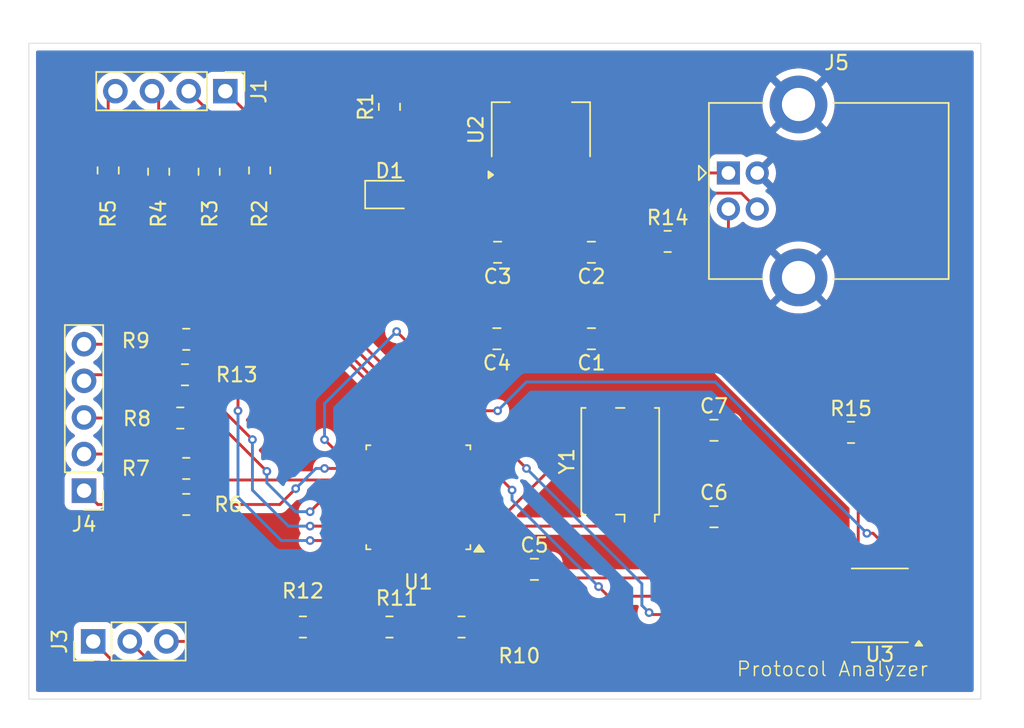
<source format=kicad_pcb>
(kicad_pcb (version 20240108) (generator "pcbnew") (generator_version "8.0")
  (layers (0 "F.Cu" signal) (31 "B.Cu" signal) (34 "B.Paste" user) (35 "F.Paste" user) (36 "B.SilkS" user "B.Silkscreen") (37 "F.SilkS" user "F.Silkscreen") (38 "B.Mask" user) (39 "F.Mask" user) (44 "Edge.Cuts" user))
  (net 0 "")
  (net 1 "V_bus")
  (net 2 "GND")
  (net 3 "+3.3V")
  (net 4 "OSC_IN")
  (net 5 "OSC_OUT")
  (net 6 "Net-(D1-A)")
  (net 7 "Net-(J1-Pin_3)")
  (net 8 "Net-(J1-Pin_4)")
  (net 9 "Net-(J1-Pin_1)")
  (net 10 "Net-(J1-Pin_2)")
  (net 11 "Net-(J3-Pin_1)")
  (net 12 "Net-(J3-Pin_2)")
  (net 13 "Net-(J3-Pin_3)")
  (net 14 "Net-(J4-Pin_5)")
  (net 15 "Net-(J4-Pin_3)")
  (net 16 "Net-(J4-Pin_1)")
  (net 17 "Net-(J4-Pin_4)")
  (net 18 "Net-(J4-Pin_2)")
  (net 19 "Net-(J5-D+)")
  (net 20 "Net-(J5-D-)")
  (net 21 "NSS")
  (net 22 "MOSI")
  (net 23 "MISO")
  (net 24 "SCK")
  (net 25 "USART_CK")
  (net 26 "USART_Tx")
  (net 27 "USART_Rx")
  (net 28 "USART_RTS")
  (net 29 "I2C_SDA")
  (net 30 "I2C_SCL")
  (net 31 "I2C_SMBA")
  (net 32 "USART_CTS")
  (net 33 "D+")
  (net 34 "D-")
  (net 39 "USB_Tx")
  (net 44 "USB_RTS")
  (net 48 "USB_Rx")
  (footprint "Resistor_SMD:R_0805_2012Metric" (layer "F.Cu") (at 130.5 59.4125 90)
    (property "Reference" "R1" (at 0 -1.65 -90) (layer "F.SilkS"))
    (property "Value" "10k")
    (fp_line (start -0.227064 -0.735) (end 0.227064 -0.735) (stroke (width 0.12)) (layer "F.SilkS"))
    (fp_line (start -0.227064 0.735) (end 0.227064 0.735) (stroke (width 0.12)) (layer "F.SilkS"))
    (pad "1" smd roundrect (at -0.9125 0 90) (size 1.025 1.4) (layers "F.Cu" "F.Paste" "F.Mask") (roundrect_rratio 0.243902) (net 6 "Net-(D1-A)"))
    (pad "2" smd roundrect (at 0.9125 0 90) (size 1.025 1.4) (layers "F.Cu" "F.Paste" "F.Mask") (roundrect_rratio 0.243902) (net 3 "+3.3V"))
  )
  (footprint "Connector_PinHeader_2.54mm:PinHeader_1x04_P2.54mm_Vertical" (layer "F.Cu") (at 119.12 58.325 -90)
    (property "Reference" "J1" (at 0 -2.33 90) (layer "F.SilkS"))
    (property "Value" "SPI")
    (fp_line (start -1.33 8.95) (end 1.33 8.95) (stroke (width 0.12)) (layer "F.SilkS"))
    (fp_line (start -1.33 1.27) (end -1.33 8.95) (stroke (width 0.12)) (layer "F.SilkS"))
    (fp_line (start -1.33 1.27) (end 1.33 1.27) (stroke (width 0.12)) (layer "F.SilkS"))
    (fp_line (start 1.33 1.27) (end 1.33 8.95) (stroke (width 0.12)) (layer "F.SilkS"))
    (fp_line (start -1.33 0) (end -1.33 -1.33) (stroke (width 0.12)) (layer "F.SilkS"))
    (fp_line (start -1.33 -1.33) (end 0 -1.33) (stroke (width 0.12)) (layer "F.SilkS"))
    (pad "1" thru_hole rect (at 0 0 270) (size 1.7 1.7) (drill 1) (layers "*.Cu" "*.Mask") (net 9 "Net-(J1-Pin_1)"))
    (pad "2" thru_hole oval (at 0 2.54 270) (size 1.7 1.7) (drill 1) (layers "*.Cu" "*.Mask") (net 10 "Net-(J1-Pin_2)"))
    (pad "3" thru_hole oval (at 0 5.08 270) (size 1.7 1.7) (drill 1) (layers "*.Cu" "*.Mask") (net 7 "Net-(J1-Pin_3)"))
    (pad "4" thru_hole oval (at 0 7.62 270) (size 1.7 1.7) (drill 1) (layers "*.Cu" "*.Mask") (net 8 "Net-(J1-Pin_4)"))
  )
  (footprint "Resistor_SMD:R_0805_2012Metric" (layer "F.Cu") (at 114.5 63.9125 -90)
    (property "Reference" "R4" (at 2.9125 0 90) (layer "F.SilkS"))
    (property "Value" "1k")
    (fp_line (start -0.227064 0.735) (end 0.227064 0.735) (stroke (width 0.12)) (layer "F.SilkS"))
    (fp_line (start -0.227064 -0.735) (end 0.227064 -0.735) (stroke (width 0.12)) (layer "F.SilkS"))
    (pad "1" smd roundrect (at -0.9125 0 270) (size 1.025 1.4) (layers "F.Cu" "F.Paste" "F.Mask") (roundrect_rratio 0.243902) (net 7 "Net-(J1-Pin_3)"))
    (pad "2" smd roundrect (at 0.9125 0 270) (size 1.025 1.4) (layers "F.Cu" "F.Paste" "F.Mask") (roundrect_rratio 0.243902) (net 23 "MISO"))
  )
  (footprint "Capacitor_SMD:C_0805_2012Metric" (layer "F.Cu") (at 137.95 75.5 180)
    (property "Reference" "C4" (at 0 -1.68 180) (layer "F.SilkS"))
    (property "Value" "10uF")
    (fp_line (start -0.261252 0.735) (end 0.261252 0.735) (stroke (width 0.12)) (layer "F.SilkS"))
    (fp_line (start -0.261252 -0.735) (end 0.261252 -0.735) (stroke (width 0.12)) (layer "F.SilkS"))
    (pad "1" smd roundrect (at -0.95 0 180) (size 1 1.45) (layers "F.Cu" "F.Paste" "F.Mask") (net 3 "+3.3V"))
    (pad "2" smd roundrect (at 0.95 0 180) (size 1 1.45) (layers "F.Cu" "F.Paste" "F.Mask") (net 2 "GND"))
  )
  (footprint "Resistor_SMD:R_0805_2012Metric" (layer "F.Cu") (at 118 63.9125 -90)
    (property "Reference" "R3" (at 2.9125 -0.05 90) (layer "F.SilkS"))
    (property "Value" "1k")
    (fp_line (start -0.227064 0.735) (end 0.227064 0.735) (stroke (width 0.12)) (layer "F.SilkS"))
    (fp_line (start -0.227064 -0.735) (end 0.227064 -0.735) (stroke (width 0.12)) (layer "F.SilkS"))
    (pad "1" smd roundrect (at -0.9125 0 270) (size 1.025 1.4) (layers "F.Cu" "F.Paste" "F.Mask") (roundrect_rratio 0.243902) (net 10 "Net-(J1-Pin_2)"))
    (pad "2" smd roundrect (at 0.9125 0 270) (size 1.025 1.4) (layers "F.Cu" "F.Paste" "F.Mask") (roundrect_rratio 0.243902) (net 22 "MOSI"))
  )
  (footprint "Resistor_SMD:R_0805_2012Metric" (layer "F.Cu") (at 124.5 95.5)
    (property "Reference" "R12" (at 0 -2.5 360) (layer "F.SilkS"))
    (property "Value" "1k")
    (fp_line (start -0.227064 -0.735) (end 0.227064 -0.735) (stroke (width 0.12)) (layer "F.SilkS"))
    (fp_line (start -0.227064 0.735) (end 0.227064 0.735) (stroke (width 0.12)) (layer "F.SilkS"))
    (pad "1" smd roundrect (at -0.9125 0) (size 1.025 1.4) (layers "F.Cu" "F.Paste" "F.Mask") (roundrect_rratio 0.243902) (net 13 "Net-(J3-Pin_3)"))
    (pad "2" smd roundrect (at 0.9125 0) (size 1.025 1.4) (layers "F.Cu" "F.Paste" "F.Mask") (roundrect_rratio 0.243902) (net 31 "I2C_SMBA"))
  )
  (footprint "Connector_PinHeader_2.54mm:PinHeader_1x03_P2.54mm_Vertical" (layer "F.Cu") (at 109.96 96.5 90)
    (property "Reference" "J3" (at 0 -2.33 270) (layer "F.SilkS"))
    (property "Value" "I2C")
    (fp_line (start -1.33 -1.33) (end 0 -1.33) (stroke (width 0.12)) (layer "F.SilkS"))
    (fp_line (start -1.33 0) (end -1.33 -1.33) (stroke (width 0.12)) (layer "F.SilkS"))
    (fp_line (start 1.33 1.27) (end 1.33 6.41) (stroke (width 0.12)) (layer "F.SilkS"))
    (fp_line (start -1.33 1.27) (end 1.33 1.27) (stroke (width 0.12)) (layer "F.SilkS"))
    (fp_line (start -1.33 1.27) (end -1.33 6.41) (stroke (width 0.12)) (layer "F.SilkS"))
    (fp_line (start -1.33 6.41) (end 1.33 6.41) (stroke (width 0.12)) (layer "F.SilkS"))
    (pad "1" thru_hole rect (at 0 0 90) (size 1.7 1.7) (drill 1) (layers "*.Cu" "*.Mask") (net 11 "Net-(J3-Pin_1)"))
    (pad "2" thru_hole oval (at 0 2.54 90) (size 1.7 1.7) (drill 1) (layers "*.Cu" "*.Mask") (net 12 "Net-(J3-Pin_2)"))
    (pad "3" thru_hole oval (at 0 5.08 90) (size 1.7 1.7) (drill 1) (layers "*.Cu" "*.Mask") (net 13 "Net-(J3-Pin_3)"))
  )
  (footprint "Capacitor_SMD:C_0805_2012Metric" (layer "F.Cu") (at 138 69.5 180)
    (property "Reference" "C3" (at 0 -1.68 180) (layer "F.SilkS"))
    (property "Value" "100nF")
    (fp_line (start -0.261252 0.735) (end 0.261252 0.735) (stroke (width 0.12)) (layer "F.SilkS"))
    (fp_line (start -0.261252 -0.735) (end 0.261252 -0.735) (stroke (width 0.12)) (layer "F.SilkS"))
    (pad "1" smd roundrect (at -0.95 0 180) (size 1 1.45) (layers "F.Cu" "F.Paste" "F.Mask") (net 3 "+3.3V"))
    (pad "2" smd roundrect (at 0.95 0 180) (size 1 1.45) (layers "F.Cu" "F.Paste" "F.Mask") (net 2 "GND"))
  )
  (footprint "Resistor_SMD:R_0805_2012Metric" (layer "F.Cu") (at 111 63.825 -90)
    (property "Reference" "R5" (at 3 0 90) (layer "F.SilkS"))
    (property "Value" "1k")
    (fp_line (start -0.227064 0.735) (end 0.227064 0.735) (stroke (width 0.12)) (layer "F.SilkS"))
    (fp_line (start -0.227064 -0.735) (end 0.227064 -0.735) (stroke (width 0.12)) (layer "F.SilkS"))
    (pad "1" smd roundrect (at -0.9125 0 270) (size 1.025 1.4) (layers "F.Cu" "F.Paste" "F.Mask") (roundrect_rratio 0.243902) (net 8 "Net-(J1-Pin_4)"))
    (pad "2" smd roundrect (at 0.9125 0 270) (size 1.025 1.4) (layers "F.Cu" "F.Paste" "F.Mask") (roundrect_rratio 0.243902) (net 24 "SCK"))
  )
  (footprint "Package_TO_SOT_SMD:SOT-223-3_TabPin2" (layer "F.Cu") (at 141 61 90)
    (property "Reference" "U2" (at 0 -4.5 -90) (layer "F.SilkS"))
    (property "Value" "AMS1117-3.3")
    (fp_line (start 1.91 -3.41) (end 1.91 -2.15) (stroke (width 0.12)) (layer "F.SilkS"))
    (fp_line (start -1.85 -3.41) (end 1.91 -3.41) (stroke (width 0.12)) (layer "F.SilkS"))
    (fp_line (start 1.91 3.41) (end 1.91 2.15) (stroke (width 0.12)) (layer "F.SilkS"))
    (fp_line (start -1.85 3.41) (end 1.91 3.41) (stroke (width 0.12)) (layer "F.SilkS"))
    (fp_poly (pts (xy -3.13 -3.31) (xy -3.37 -3.64) (xy -2.89 -3.64) (xy -3.13 -3.31)) (stroke (width 0.12)) (fill solid) (layer "F.SilkS"))
    (pad "1" smd roundrect (at -3.15 -2.3 90) (size 2 1.5) (layers "F.Cu" "F.Paste" "F.Mask") (net 2 "GND"))
    (pad "2" smd roundrect (at -3.15 0 90) (size 2 1.5) (layers "F.Cu" "F.Paste" "F.Mask") (net 3 "+3.3V"))
    (pad "2" smd roundrect (at 3.15 0 90) (size 2 3.8) (layers "F.Cu" "F.Paste" "F.Mask") (net 3 "+3.3V"))
    (pad "3" smd roundrect (at -3.15 2.3 90) (size 2 1.5) (layers "F.Cu" "F.Paste" "F.Mask") (net 1 "V_bus"))
  )
  (footprint "Connector_PinHeader_2.54mm:PinHeader_1x05_P2.54mm_Vertical" (layer "F.Cu") (at 109.325 86.04 180)
    (property "Reference" "J4" (at 0 -2.33 180) (layer "F.SilkS"))
    (property "Value" "USART")
    (fp_line (start 1.33 1.27) (end 1.33 11.49) (stroke (width 0.12)) (layer "F.SilkS"))
    (fp_line (start -1.33 11.49) (end 1.33 11.49) (stroke (width 0.12)) (layer "F.SilkS"))
    (fp_line (start -1.33 1.27) (end 1.33 1.27) (stroke (width 0.12)) (layer "F.SilkS"))
    (fp_line (start -1.33 1.27) (end -1.33 11.49) (stroke (width 0.12)) (layer "F.SilkS"))
    (fp_line (start -1.33 0) (end -1.33 -1.33) (stroke (width 0.12)) (layer "F.SilkS"))
    (fp_line (start -1.33 -1.33) (end 0 -1.33) (stroke (width 0.12)) (layer "F.SilkS"))
    (pad "1" thru_hole rect (at 0 0 180) (size 1.7 1.7) (drill 1) (layers "*.Cu" "*.Mask") (net 16 "Net-(J4-Pin_1)"))
    (pad "2" thru_hole oval (at 0 2.54 180) (size 1.7 1.7) (drill 1) (layers "*.Cu" "*.Mask") (net 18 "Net-(J4-Pin_2)"))
    (pad "3" thru_hole oval (at 0 5.08 180) (size 1.7 1.7) (drill 1) (layers "*.Cu" "*.Mask") (net 15 "Net-(J4-Pin_3)"))
    (pad "4" thru_hole oval (at 0 7.62 180) (size 1.7 1.7) (drill 1) (layers "*.Cu" "*.Mask") (net 17 "Net-(J4-Pin_4)"))
    (pad "5" thru_hole oval (at 0 10.16 180) (size 1.7 1.7) (drill 1) (layers "*.Cu" "*.Mask") (net 14 "Net-(J4-Pin_5)"))
  )
  (footprint "Capacitor_SMD:C_0805_2012Metric" (layer "F.Cu") (at 153 87.85)
    (property "Reference" "C6" (at 0 -1.68 360) (layer "F.SilkS"))
    (property "Value" "22pF")
    (fp_line (start -0.261252 -0.735) (end 0.261252 -0.735) (stroke (width 0.12)) (layer "F.SilkS"))
    (fp_line (start -0.261252 0.735) (end 0.261252 0.735) (stroke (width 0.12)) (layer "F.SilkS"))
    (pad "1" smd roundrect (at -0.95 0) (size 1 1.45) (layers "F.Cu" "F.Paste" "F.Mask") (net 4 "OSC_IN"))
    (pad "2" smd roundrect (at 0.95 0) (size 1 1.45) (layers "F.Cu" "F.Paste" "F.Mask") (net 2 "GND"))
  )
  (footprint "Package_SO:SOP-8_3.9x4.9mm_P1.27mm" (layer "F.Cu") (at 164.5 94 180)
    (property "Reference" "U3" (at 0 -3.4 180) (layer "F.SilkS"))
    (property "Value" "CH340N")
    (fp_line (start 0 2.56) (end 1.95 2.56) (stroke (width 0.12)) (layer "F.SilkS"))
    (fp_line (start 0 2.56) (end -1.95 2.56) (stroke (width 0.12)) (layer "F.SilkS"))
    (fp_line (start 0 -2.56) (end 1.95 -2.56) (stroke (width 0.12)) (layer "F.SilkS"))
    (fp_line (start 0 -2.56) (end -1.95 -2.56) (stroke (width 0.12)) (layer "F.SilkS"))
    (fp_poly (pts (xy -2.7 -2.465) (xy -2.94 -2.795) (xy -2.46 -2.795) (xy -2.7 -2.465)) (stroke (width 0.12)) (fill solid) (layer "F.SilkS"))
    (pad "1" smd roundrect (at -2.625 -1.905 180) (size 1.65 0.6) (layers "F.Cu" "F.Paste" "F.Mask") (net 33 "D+"))
    (pad "2" smd roundrect (at -2.625 -0.635 180) (size 1.65 0.6) (layers "F.Cu" "F.Paste" "F.Mask") (net 34 "D-"))
    (pad "3" smd roundrect (at -2.625 0.635 180) (size 1.65 0.6) (layers "F.Cu" "F.Paste" "F.Mask") (net 2 "GND"))
    (pad "4" smd roundrect (at -2.625 1.905 180) (size 1.65 0.6) (layers "F.Cu" "F.Paste" "F.Mask") (net 44 "USB_RTS"))
    (pad "5" smd roundrect (at 2.625 1.905 180) (size 1.65 0.6) (layers "F.Cu" "F.Paste" "F.Mask") (net 3 "+3.3V"))
    (pad "6" smd roundrect (at 2.625 0.635 180) (size 1.65 0.6) (layers "F.Cu" "F.Paste" "F.Mask") (net 39 "USB_Tx"))
    (pad "7" smd roundrect (at 2.625 -0.635 180) (size 1.65 0.6) (layers "F.Cu" "F.Paste" "F.Mask") (net 48 "USB_Rx"))
    (pad "8" smd roundrect (at 2.625 -1.905 180) (size 1.65 0.6) (layers "F.Cu" "F.Paste" "F.Mask"))
  )
  (footprint "Resistor_SMD:R_0805_2012Metric" (layer "F.Cu") (at 149.7875 68.75)
    (property "Reference" "R14" (at 0 -1.65 0) (layer "F.SilkS"))
    (property "Value" "1k")
    (fp_line (start -0.227064 -0.735) (end 0.227064 -0.735) (stroke (width 0.12)) (layer "F.SilkS"))
    (fp_line (start -0.227064 0.735) (end 0.227064 0.735) (stroke (width 0.12)) (layer "F.SilkS"))
    (pad "1" smd roundrect (at -0.9125 0) (size 1.025 1.4) (layers "F.Cu" "F.Paste" "F.Mask") (roundrect_rratio 0.243902) (net 19 "Net-(J5-D+)"))
    (pad "2" smd roundrect (at 0.9125 0) (size 1.025 1.4) (layers "F.Cu" "F.Paste" "F.Mask") (roundrect_rratio 0.243902) (net 33 "D+"))
  )
  (footprint "Connector_USB:USB_B_Lumberg_2411_02_Horizontal" (layer "F.Cu") (at 154 64)
    (property "Reference" "J5" (at 7.5 -7.65 360) (layer "F.SilkS"))
    (property "Value" "USB_B")
    (fp_line (start -2.05 -0.5) (end -2.05 0.5) (stroke (width 0.12)) (layer "F.SilkS"))
    (fp_line (start -2.05 0.5) (end -1.55 0) (stroke (width 0.12)) (layer "F.SilkS"))
    (fp_line (start -1.55 0) (end -2.05 -0.5) (stroke (width 0.12)) (layer "F.SilkS"))
    (fp_line (start -1.35 -4.86) (end 2.4 -4.86) (stroke (width 0.12)) (layer "F.SilkS"))
    (fp_line (start -1.35 7.36) (end -1.35 -4.86) (stroke (width 0.12)) (layer "F.SilkS"))
    (fp_line (start -1.35 7.36) (end 2.4 7.36) (stroke (width 0.12)) (layer "F.SilkS"))
    (fp_line (start 15.27 -4.86) (end 7.3 -4.86) (stroke (width 0.12)) (layer "F.SilkS"))
    (fp_line (start 15.27 7.36) (end 7.3 7.36) (stroke (width 0.12)) (layer "F.SilkS"))
    (fp_line (start 15.27 7.36) (end 15.27 -4.86) (stroke (width 0.12)) (layer "F.SilkS"))
    (pad "1" thru_hole rect (at 0 0 90) (size 1.6 1.6) (drill 0.95) (layers "*.Cu" "*.Mask") (net 1 "V_bus"))
    (pad "2" thru_hole circle (at 0 2.5 90) (size 1.6 1.6) (drill 0.95) (layers "*.Cu" "*.Mask") (net 20 "Net-(J5-D-)"))
    (pad "3" thru_hole circle (at 2 2.5 90) (size 1.6 1.6) (drill 0.95) (layers "*.Cu" "*.Mask") (net 19 "Net-(J5-D+)"))
    (pad "4" thru_hole circle (at 2 0 90) (size 1.6 1.6) (drill 0.95) (layers "*.Cu" "*.Mask") (net 2 "GND"))
    (pad "5" thru_hole circle (at 4.86 -4.75 90) (size 4 4) (drill 2.3) (layers "*.Cu" "*.Mask") (net 2 "GND"))
    (pad "5" thru_hole circle (at 4.86 7.25 90) (size 4 4) (drill 2.3) (layers "*.Cu" "*.Mask") (net 2 "GND"))
  )
  (footprint "Resistor_SMD:R_0805_2012Metric" (layer "F.Cu") (at 116 81)
    (property "Reference" "R8" (at -3 0.05 360) (layer "F.SilkS"))
    (property "Value" "1k")
    (fp_line (start -0.227064 -0.735) (end 0.227064 -0.735) (stroke (width 0.12)) (layer "F.SilkS"))
    (fp_line (start -0.227064 0.735) (end 0.227064 0.735) (stroke (width 0.12)) (layer "F.SilkS"))
    (pad "1" smd roundrect (at -0.9125 0) (size 1.025 1.4) (layers "F.Cu" "F.Paste" "F.Mask") (roundrect_rratio 0.243902) (net 15 "Net-(J4-Pin_3)"))
    (pad "2" smd roundrect (at 0.9125 0) (size 1.025 1.4) (layers "F.Cu" "F.Paste" "F.Mask") (roundrect_rratio 0.243902) (net 27 "USART_Rx"))
  )
  (footprint "Capacitor_SMD:C_0805_2012Metric" (layer "F.Cu") (at 144.5 69.5 180)
    (property "Reference" "C2" (at 0 -1.68 180) (layer "F.SilkS"))
    (property "Value" "100nF")
    (fp_line (start -0.261252 0.735) (end 0.261252 0.735) (stroke (width 0.12)) (layer "F.SilkS"))
    (fp_line (start -0.261252 -0.735) (end 0.261252 -0.735) (stroke (width 0.12)) (layer "F.SilkS"))
    (pad "1" smd roundrect (at -0.95 0 180) (size 1 1.45) (layers "F.Cu" "F.Paste" "F.Mask") (net 1 "V_bus"))
    (pad "2" smd roundrect (at 0.95 0 180) (size 1 1.45) (layers "F.Cu" "F.Paste" "F.Mask") (net 2 "GND"))
  )
  (footprint "Resistor_SMD:R_0805_2012Metric" (layer "F.Cu") (at 135.5 95.5)
    (property "Reference" "R10" (at 4 2 360) (layer "F.SilkS"))
    (property "Value" "1k")
    (fp_line (start -0.227064 -0.735) (end 0.227064 -0.735) (stroke (width 0.12)) (layer "F.SilkS"))
    (fp_line (start -0.227064 0.735) (end 0.227064 0.735) (stroke (width 0.12)) (layer "F.SilkS"))
    (pad "1" smd roundrect (at -0.9125 0) (size 1.025 1.4) (layers "F.Cu" "F.Paste" "F.Mask") (roundrect_rratio 0.243902) (net 11 "Net-(J3-Pin_1)"))
    (pad "2" smd roundrect (at 0.9125 0) (size 1.025 1.4) (layers "F.Cu" "F.Paste" "F.Mask") (roundrect_rratio 0.243902) (net 29 "I2C_SDA"))
  )
  (footprint "Resistor_SMD:R_0805_2012Metric" (layer "F.Cu") (at 116.4125 75.54)
    (property "Reference" "R9" (at -3.5 0.1 360) (layer "F.SilkS"))
    (property "Value" "1k")
    (fp_line (start -0.227064 -0.735) (end 0.227064 -0.735) (stroke (width 0.12)) (layer "F.SilkS"))
    (fp_line (start -0.227064 0.735) (end 0.227064 0.735) (stroke (width 0.12)) (layer "F.SilkS"))
    (pad "1" smd roundrect (at -0.9125 0) (size 1.025 1.4) (layers "F.Cu" "F.Paste" "F.Mask") (roundrect_rratio 0.243902) (net 14 "Net-(J4-Pin_5)"))
    (pad "2" smd roundrect (at 0.9125 0) (size 1.025 1.4) (layers "F.Cu" "F.Paste" "F.Mask") (roundrect_rratio 0.243902) (net 28 "USART_RTS"))
  )
  (footprint "Package_QFP:LQFP-32_7x7mm_P0.8mm" (layer "F.Cu") (at 132.5 86.5 180)
    (property "Reference" "U1" (at 0 -5.88 180) (layer "F.SilkS"))
    (property "Value" "STM32F030K6Tx")
    (fp_line (start 3.61 3.61) (end 3.61 3.31) (stroke (width 0.12)) (layer "F.SilkS"))
    (fp_line (start 3.61 -3.61) (end 3.61 -3.31) (stroke (width 0.12)) (layer "F.SilkS"))
    (fp_line (start 3.31 3.61) (end 3.61 3.61) (stroke (width 0.12)) (layer "F.SilkS"))
    (fp_line (start 3.31 -3.61) (end 3.61 -3.61) (stroke (width 0.12)) (layer "F.SilkS"))
    (fp_line (start -3.31 3.61) (end -3.61 3.61) (stroke (width 0.12)) (layer "F.SilkS"))
    (fp_line (start -3.31 -3.61) (end -3.61 -3.61) (stroke (width 0.12)) (layer "F.SilkS"))
    (fp_line (start -3.61 3.61) (end -3.61 3.31) (stroke (width 0.12)) (layer "F.SilkS"))
    (fp_line (start -3.61 -3.61) (end -3.61 -3.31) (stroke (width 0.12)) (layer "F.SilkS"))
    (fp_poly (pts (xy -4.2125 -3.31) (xy -4.5525 -3.78) (xy -3.8725 -3.78) (xy -4.2125 -3.31)) (stroke (width 0.12)) (fill solid) (layer "F.SilkS"))
    (pad "1" smd roundrect (at -4.175 -2.8 180) (size 1.5 0.5) (layers "F.Cu" "F.Paste" "F.Mask") (net 3 "+3.3V"))
    (pad "2" smd roundrect (at -4.175 -2 180) (size 1.5 0.5) (layers "F.Cu" "F.Paste" "F.Mask") (net 4 "OSC_IN"))
    (pad "3" smd roundrect (at -4.175 -1.2 180) (size 1.5 0.5) (layers "F.Cu" "F.Paste" "F.Mask") (net 5 "OSC_OUT"))
    (pad "4" smd roundrect (at -4.175 -0.4 180) (size 1.5 0.5) (layers "F.Cu" "F.Paste" "F.Mask"))
    (pad "5" smd roundrect (at -4.175 0.4 180) (size 1.5 0.5) (layers "F.Cu" "F.Paste" "F.Mask") (net 3 "+3.3V"))
    (pad "6" smd roundrect (at -4.175 1.2 180) (size 1.5 0.5) (layers "F.Cu" "F.Paste" "F.Mask"))
    (pad "7" smd roundrect (at -4.175 2 180) (size 1.5 0.5) (layers "F.Cu" "F.Paste" "F.Mask") (net 39 "USB_Tx"))
    (pad "8" smd roundrect (at -4.175 2.8 180) (size 1.5 0.5) (layers "F.Cu" "F.Paste" "F.Mask") (net 48 "USB_Rx"))
    (pad "9" smd roundrect (at -2.8 4.175 180) (size 0.5 1.5) (layers "F.Cu" "F.Paste" "F.Mask") (net 44 "USB_RTS"))
    (pad "10" smd roundrect (at -2 4.175 180) (size 0.5 1.5) (layers "F.Cu" "F.Paste" "F.Mask") (net 21 "NSS"))
    (pad "11" smd roundrect (at -1.2 4.175 180) (size 0.5 1.5) (layers "F.Cu" "F.Paste" "F.Mask") (net 22 "MOSI"))
    (pad "12" smd roundrect (at -0.4 4.175 180) (size 0.5 1.5) (layers "F.Cu" "F.Paste" "F.Mask") (net 23 "MISO"))
    (pad "13" smd roundrect (at 0.4 4.175 180) (size 0.5 1.5) (layers "F.Cu" "F.Paste" "F.Mask") (net 24 "SCK"))
    (pad "14" smd roundrect (at 1.2 4.175 180) (size 0.5 1.5) (layers "F.Cu" "F.Paste" "F.Mask"))
    (pad "15" smd roundrect (at 2 4.175 180) (size 0.5 1.5) (layers "F.Cu" "F.Paste" "F.Mask"))
    (pad "16" smd roundrect (at 2.8 4.175 180) (size 0.5 1.5) (layers "F.Cu" "F.Paste" "F.Mask") (net 2 "GND"))
    (pad "17" smd roundrect (at 4.175 2.8 180) (size 1.5 0.5) (layers "F.Cu" "F.Paste" "F.Mask") (net 3 "+3.3V"))
    (pad "18" smd roundrect (at 4.175 2 180) (size 1.5 0.5) (layers "F.Cu" "F.Paste" "F.Mask") (net 25 "USART_CK"))
    (pad "19" smd roundrect (at 4.175 1.2 180) (size 1.5 0.5) (layers "F.Cu" "F.Paste" "F.Mask") (net 26 "USART_Tx"))
    (pad "20" smd roundrect (at 4.175 0.4 180) (size 1.5 0.5) (layers "F.Cu" "F.Paste" "F.Mask") (net 27 "USART_Rx"))
    (pad "21" smd roundrect (at 4.175 -0.4 180) (size 1.5 0.5) (layers "F.Cu" "F.Paste" "F.Mask") (net 32 "USART_CTS"))
    (pad "22" smd roundrect (at 4.175 -1.2 180) (size 1.5 0.5) (layers "F.Cu" "F.Paste" "F.Mask") (net 28 "USART_RTS"))
    (pad "23" smd roundrect (at 4.175 -2 180) (size 1.5 0.5) (layers "F.Cu" "F.Paste" "F.Mask"))
    (pad "24" smd roundrect (at 4.175 -2.8 180) (size 1.5 0.5) (layers "F.Cu" "F.Paste" "F.Mask"))
    (pad "25" smd roundrect (at 2.8 -4.175 180) (size 0.5 1.5) (layers "F.Cu" "F.Paste" "F.Mask"))
    (pad "26" smd roundrect (at 2 -4.175 180) (size 0.5 1.5) (layers "F.Cu" "F.Paste" "F.Mask"))
    (pad "27" smd roundrect (at 1.2 -4.175 180) (size 0.5 1.5) (layers "F.Cu" "F.Paste" "F.Mask"))
    (pad "28" smd roundrect (at 0.4 -4.175 180) (size 0.5 1.5) (layers "F.Cu" "F.Paste" "F.Mask") (net 31 "I2C_SMBA"))
    (pad "29" smd roundrect (at -0.4 -4.175 180) (size 0.5 1.5) (layers "F.Cu" "F.Paste" "F.Mask") (net 30 "I2C_SCL"))
    (pad "30" smd roundrect (at -1.2 -4.175 180) (size 0.5 1.5) (layers "F.Cu" "F.Paste" "F.Mask") (net 29 "I2C_SDA"))
    (pad "31" smd roundrect (at -2 -4.175 180) (size 0.5 1.5) (layers "F.Cu" "F.Paste" "F.Mask"))
    (pad "32" smd roundrect (at -2.8 -4.175 180) (size 0.5 1.5) (layers "F.Cu" "F.Paste" "F.Mask") (net 2 "GND"))
  )
  (footprint "Capacitor_SMD:C_0805_2012Metric" (layer "F.Cu") (at 144.5 75.5 180)
    (property "Reference" "C1" (at 0 -1.68 180) (layer "F.SilkS"))
    (property "Value" "10uF")
    (fp_line (start -0.261252 0.735) (end 0.261252 0.735) (stroke (width 0.12)) (layer "F.SilkS"))
    (fp_line (start -0.261252 -0.735) (end 0.261252 -0.735) (stroke (width 0.12)) (layer "F.SilkS"))
    (pad "1" smd roundrect (at -0.95 0 180) (size 1 1.45) (layers "F.Cu" "F.Paste" "F.Mask") (net 1 "V_bus"))
    (pad "2" smd roundrect (at 0.95 0 180) (size 1 1.45) (layers "F.Cu" "F.Paste" "F.Mask") (net 2 "GND"))
  )
  (footprint "Capacitor_SMD:C_0805_2012Metric" (layer "F.Cu") (at 140.55 91.5)
    (property "Reference" "C5" (at 0 -1.68 360) (layer "F.SilkS"))
    (property "Value" "10uF")
    (fp_line (start -0.261252 -0.735) (end 0.261252 -0.735) (stroke (width 0.12)) (layer "F.SilkS"))
    (fp_line (start -0.261252 0.735) (end 0.261252 0.735) (stroke (width 0.12)) (layer "F.SilkS"))
    (pad "1" smd roundrect (at -0.95 0) (size 1 1.45) (layers "F.Cu" "F.Paste" "F.Mask") (net 2 "GND"))
    (pad "2" smd roundrect (at 0.95 0) (size 1 1.45) (layers "F.Cu" "F.Paste" "F.Mask") (net 3 "+3.3V"))
  )
  (footprint "LED_SMD:LED_0805_2012Metric" (layer "F.Cu") (at 130.5 65.5)
    (property "Reference" "D1" (at 0 -1.65 360) (layer "F.SilkS"))
    (property "Value" "PWR_LED")
    (fp_line (start -1.685 -0.96) (end -1.685 0.96) (stroke (width 0.12)) (layer "F.SilkS"))
    (fp_line (start -1.685 0.96) (end 1 0.96) (stroke (width 0.12)) (layer "F.SilkS"))
    (fp_line (start 1 -0.96) (end -1.685 -0.96) (stroke (width 0.12)) (layer "F.SilkS"))
    (pad "1" smd roundrect (at -0.9375 0) (size 0.975 1.4) (layers "F.Cu" "F.Paste" "F.Mask") (net 2 "GND"))
    (pad "2" smd roundrect (at 0.9375 0) (size 0.975 1.4) (layers "F.Cu" "F.Paste" "F.Mask") (net 6 "Net-(D1-A)"))
  )
  (footprint "Resistor_SMD:R_0805_2012Metric" (layer "F.Cu") (at 116.4125 84.5)
    (property "Reference" "R7" (at -3.5 0 360) (layer "F.SilkS"))
    (property "Value" "1k")
    (fp_line (start -0.227064 -0.735) (end 0.227064 -0.735) (stroke (width 0.12)) (layer "F.SilkS"))
    (fp_line (start -0.227064 0.735) (end 0.227064 0.735) (stroke (width 0.12)) (layer "F.SilkS"))
    (pad "1" smd roundrect (at -0.9125 0) (size 1.025 1.4) (layers "F.Cu" "F.Paste" "F.Mask") (roundrect_rratio 0.243902) (net 18 "Net-(J4-Pin_2)"))
    (pad "2" smd roundrect (at 0.9125 0) (size 1.025 1.4) (layers "F.Cu" "F.Paste" "F.Mask") (roundrect_rratio 0.243902) (net 26 "USART_Tx"))
  )
  (footprint "Resistor_SMD:R_0805_2012Metric" (layer "F.Cu") (at 121.5 63.825 -90)
    (property "Reference" "R2" (at 3 0 90) (layer "F.SilkS"))
    (property "Value" "1k")
    (fp_line (start -0.227064 0.735) (end 0.227064 0.735) (stroke (width 0.12)) (layer "F.SilkS"))
    (fp_line (start -0.227064 -0.735) (end 0.227064 -0.735) (stroke (width 0.12)) (layer "F.SilkS"))
    (pad "1" smd roundrect (at -0.9125 0 270) (size 1.025 1.4) (layers "F.Cu" "F.Paste" "F.Mask") (roundrect_rratio 0.243902) (net 9 "Net-(J1-Pin_1)"))
    (pad "2" smd roundrect (at 0.9125 0 270) (size 1.025 1.4) (layers "F.Cu" "F.Paste" "F.Mask") (roundrect_rratio 0.243902) (net 21 "NSS"))
  )
  (footprint "Resistor_SMD:R_0805_2012Metric" (layer "F.Cu") (at 116.4125 87)
    (property "Reference" "R6" (at 2.9125 0 360) (layer "F.SilkS"))
    (property "Value" "1k")
    (fp_line (start -0.227064 -0.735) (end 0.227064 -0.735) (stroke (width 0.12)) (layer "F.SilkS"))
    (fp_line (start -0.227064 0.735) (end 0.227064 0.735) (stroke (width 0.12)) (layer "F.SilkS"))
    (pad "1" smd roundrect (at -0.9125 0) (size 1.025 1.4) (layers "F.Cu" "F.Paste" "F.Mask") (roundrect_rratio 0.243902) (net 16 "Net-(J4-Pin_1)"))
    (pad "2" smd roundrect (at 0.9125 0) (size 1.025 1.4) (layers "F.Cu" "F.Paste" "F.Mask") (roundrect_rratio 0.243902) (net 25 "USART_CK"))
  )
  (footprint "Resistor_SMD:R_0805_2012Metric" (layer "F.Cu") (at 116.325 78)
    (property "Reference" "R13" (at 3.5875 0 360) (layer "F.SilkS"))
    (property "Value" "1k")
    (fp_line (start -0.227064 -0.735) (end 0.227064 -0.735) (stroke (width 0.12)) (layer "F.SilkS"))
    (fp_line (start -0.227064 0.735) (end 0.227064 0.735) (stroke (width 0.12)) (layer "F.SilkS"))
    (pad "1" smd roundrect (at -0.9125 0) (size 1.025 1.4) (layers "F.Cu" "F.Paste" "F.Mask") (roundrect_rratio 0.243902) (net 17 "Net-(J4-Pin_4)"))
    (pad "2" smd roundrect (at 0.9125 0) (size 1.025 1.4) (layers "F.Cu" "F.Paste" "F.Mask") (roundrect_rratio 0.243902) (net 32 "USART_CTS"))
  )
  (footprint "Capacitor_SMD:C_0805_2012Metric" (layer "F.Cu") (at 153 81.85)
    (property "Reference" "C7" (at 0 -1.68 360) (layer "F.SilkS"))
    (property "Value" "22pF")
    (fp_line (start -0.261252 -0.735) (end 0.261252 -0.735) (stroke (width 0.12)) (layer "F.SilkS"))
    (fp_line (start -0.261252 0.735) (end 0.261252 0.735) (stroke (width 0.12)) (layer "F.SilkS"))
    (pad "1" smd roundrect (at -0.95 0) (size 1 1.45) (layers "F.Cu" "F.Paste" "F.Mask") (net 5 "OSC_OUT"))
    (pad "2" smd roundrect (at 0.95 0) (size 1 1.45) (layers "F.Cu" "F.Paste" "F.Mask") (net 2 "GND"))
  )
  (footprint "Resistor_SMD:R_0805_2012Metric" (layer "F.Cu") (at 130.5 95.5)
    (property "Reference" "R11" (at 0.5 -2 360) (layer "F.SilkS"))
    (property "Value" "1k")
    (fp_line (start -0.227064 -0.735) (end 0.227064 -0.735) (stroke (width 0.12)) (layer "F.SilkS"))
    (fp_line (start -0.227064 0.735) (end 0.227064 0.735) (stroke (width 0.12)) (layer "F.SilkS"))
    (pad "1" smd roundrect (at -0.9125 0) (size 1.025 1.4) (layers "F.Cu" "F.Paste" "F.Mask") (roundrect_rratio 0.243902) (net 12 "Net-(J3-Pin_2)"))
    (pad "2" smd roundrect (at 0.9125 0) (size 1.025 1.4) (layers "F.Cu" "F.Paste" "F.Mask") (roundrect_rratio 0.243902) (net 30 "I2C_SCL"))
  )
  (footprint "Resistor_SMD:R_0805_2012Metric" (layer "F.Cu") (at 162.5 82)
    (property "Reference" "R15" (at 0 -1.65 0) (layer "F.SilkS"))
    (property "Value" "1k")
    (fp_line (start -0.227064 -0.735) (end 0.227064 -0.735) (stroke (width 0.12)) (layer "F.SilkS"))
    (fp_line (start -0.227064 0.735) (end 0.227064 0.735) (stroke (width 0.12)) (layer "F.SilkS"))
    (pad "1" smd roundrect (at -0.9125 0) (size 1.025 1.4) (layers "F.Cu" "F.Paste" "F.Mask") (roundrect_rratio 0.243902) (net 20 "Net-(J5-D-)"))
    (pad "2" smd roundrect (at 0.9125 0) (size 1.025 1.4) (layers "F.Cu" "F.Paste" "F.Mask") (roundrect_rratio 0.243902) (net 34 "D-"))
  )
  (footprint "Crystal:Crystal_SMD_7050-4Pin_7.0x5.0mm" (layer "F.Cu") (at 146.5 84 90)
    (property "Reference" "Y1" (at 0 -3.7 270) (layer "F.SilkS"))
    (property "Value" "OSC_32Mhz")
    (fp_line (start 3.7 -2.7) (end 3.7 -2.4) (stroke (width 0.12)) (layer "F.SilkS"))
    (fp_line (start -3.7 -2.7) (end 3.7 -2.7) (stroke (width 0.12)) (layer "F.SilkS"))
    (fp_line (start -3.7 -2.4) (end -3.7 -2.7) (stroke (width 0.12)) (layer "F.SilkS"))
    (fp_line (start 3.7 -0.3) (end 3.7 0.3) (stroke (width 0.12)) (layer "F.SilkS"))
    (fp_line (start -3.7 0.3) (end -3.7 -0.3) (stroke (width 0.12)) (layer "F.SilkS"))
    (fp_line (start -4.2 0.3) (end -3.7 0.3) (stroke (width 0.12)) (layer "F.SilkS"))
    (fp_line (start -3.7 2.4) (end -3.7 2.7) (stroke (width 0.12)) (layer "F.SilkS"))
    (fp_line (start -4.2 2.4) (end -3.7 2.4) (stroke (width 0.12)) (layer "F.SilkS"))
    (fp_line (start 3.7 2.7) (end 3.7 2.4) (stroke (width 0.12)) (layer "F.SilkS"))
    (fp_line (start -3.7 2.7) (end 3.7 2.7) (stroke (width 0.12)) (layer "F.SilkS"))
    (pad "1" smd rect (at -2.95 1.35 90) (size 2.1 1.7) (layers "F.Cu" "F.Paste" "F.Mask") (net 4 "OSC_IN"))
    (pad "2" smd rect (at 2.95 1.35 90) (size 2.1 1.7) (layers "F.Cu" "F.Paste" "F.Mask") (net 2 "GND"))
    (pad "3" smd rect (at 2.95 -1.35 90) (size 2.1 1.7) (layers "F.Cu" "F.Paste" "F.Mask") (net 5 "OSC_OUT"))
    (pad "4" smd rect (at -2.95 -1.35 90) (size 2.1 1.7) (layers "F.Cu" "F.Paste" "F.Mask") (net 2 "GND"))
  )
  (gr_rect (start 105.5 55) (end 171.5 100.5) (stroke (width 0.05)) (fill none) (layer "Edge.Cuts"))
  (gr_text "Protocol Analyzer\n" (at 154.5 99 0) (layer "F.SilkS") (effects (font (size 1 1) (thickness 0.1)) (justify left bottom)))
  (segment (start 145.45 69.5) (end 150.95 64) (width 0.2) (layer "F.Cu") (net 1))
  (segment (start 145.45 75.5) (end 145.45 69.5) (width 0.2) (layer "F.Cu") (net 1))
  (segment (start 143.3 64.15) (end 143.3 67.35) (width 0.2) (layer "F.Cu") (net 1))
  (segment (start 150.95 64) (end 154 64) (width 0.2) (layer "F.Cu") (net 1))
  (segment (start 143.3 67.35) (end 145.45 69.5) (width 0.2) (layer "F.Cu") (net 1))
  (segment (start 142.095 92.095) (end 161.875 92.095) (width 0.2) (layer "F.Cu") (net 3))
  (segment (start 135.620494 86.1) (end 136.675 86.1) (width 0.2) (layer "F.Cu") (net 3))
  (segment (start 139.3 89.3) (end 141.5 91.5) (width 0.2) (layer "F.Cu") (net 3))
  (segment (start 133.220494 83.7) (end 135.620494 86.1) (width 0.2) (layer "F.Cu") (net 3))
  (segment (start 137.875 76.525) (end 132.525 76.525) (width 0.2) (layer "F.Cu") (net 3))
  (segment (start 138.95 69.95) (end 138.9 70) (width 0.2) (layer "F.Cu") (net 3))
  (segment (start 126 82.5) (end 127.2 83.7) (width 0.2) (layer "F.Cu") (net 3))
  (segment (start 138.9 75.5) (end 137.875 76.525) (width 0.2) (layer "F.Cu") (net 3))
  (segment (start 127.2 83.7) (end 128.325 83.7) (width 0.2) (layer "F.Cu") (net 3))
  (segment (start 136.675 89.3) (end 139.3 89.3) (width 0.2) (layer "F.Cu") (net 3))
  (segment (start 138.9 70) (end 138.9 75.5) (width 0.2) (layer "F.Cu") (net 3))
  (segment (start 141.5 91.5) (end 142.095 92.095) (width 0.2) (layer "F.Cu") (net 3))
  (segment (start 131.15 57.85) (end 130.5 58.5) (width 0.2) (layer "F.Cu") (net 3))
  (segment (start 138.95 66.2) (end 141 64.15) (width 0.2) (layer "F.Cu") (net 3))
  (segment (start 138.95 69.5) (end 138.95 66.2) (width 0.2) (layer "F.Cu") (net 3))
  (segment (start 132.525 76.525) (end 131 75) (width 0.2) (layer "F.Cu") (net 3))
  (segment (start 128.325 83.7) (end 133.220494 83.7) (width 0.2) (layer "F.Cu") (net 3))
  (segment (start 141 57.85) (end 131.15 57.85) (width 0.2) (layer "F.Cu") (net 3))
  (segment (start 138.95 69.5) (end 138.95 69.95) (width 0.2) (layer "F.Cu") (net 3))
  (via (at 126 82.5) (size 0.6) (drill 0.3) (layers "F.Cu" "B.Cu") (net 3))
  (via (at 131 75) (size 0.6) (drill 0.3) (layers "F.Cu" "B.Cu") (net 3))
  (segment (start 126 80) (end 126 82.5) (width 0.2) (layer "B.Cu") (net 3))
  (segment (start 131 75) (end 126 80) (width 0.2) (layer "B.Cu") (net 3))
  (segment (start 146.3 88.5) (end 136.675 88.5) (width 0.2) (layer "F.Cu") (net 4))
  (segment (start 152.05 87.85) (end 151.15 86.95) (width 0.2) (layer "F.Cu") (net 4))
  (segment (start 147.85 86.95) (end 146.3 88.5) (width 0.2) (layer "F.Cu") (net 4))
  (segment (start 151.15 86.95) (end 147.85 86.95) (width 0.2) (layer "F.Cu") (net 4))
  (segment (start 138.5 87.7) (end 136.675 87.7) (width 0.2) (layer "F.Cu") (net 5))
  (segment (start 146.5 82.4) (end 145.15 81.05) (width 0.2) (layer "F.Cu") (net 5))
  (segment (start 151.5 82.4) (end 146.5 82.4) (width 0.2) (layer "F.Cu") (net 5))
  (segment (start 145.15 81.05) (end 138.5 87.7) (width 0.2) (layer "F.Cu") (net 5))
  (segment (start 152.05 81.85) (end 151.5 82.4) (width 0.2) (layer "F.Cu") (net 5))
  (segment (start 131.4375 65.5) (end 131.4375 61.2625) (width 0.2) (layer "F.Cu") (net 6))
  (segment (start 131.4375 61.2625) (end 130.5 60.325) (width 0.2) (layer "F.Cu") (net 6))
  (segment (start 114.5 63) (end 114.5 58.785) (width 0.2) (layer "F.Cu") (net 7))
  (segment (start 114.5 58.785) (end 114.04 58.325) (width 0.2) (layer "F.Cu") (net 7))
  (segment (start 111 58.825) (end 111.5 58.325) (width 0.2) (layer "F.Cu") (net 8))
  (segment (start 111 62.9125) (end 111 58.825) (width 0.2) (layer "F.Cu") (net 8))
  (segment (start 121.5 60.705) (end 119.12 58.325) (width 0.2) (layer "F.Cu") (net 9))
  (segment (start 121.5 62.9125) (end 121.5 60.705) (width 0.2) (layer "F.Cu") (net 9))
  (segment (start 118 63) (end 118 59.745) (width 0.2) (layer "F.Cu") (net 10))
  (segment (start 118 59.745) (end 116.58 58.325) (width 0.2) (layer "F.Cu") (net 10))
  (segment (start 109.96 96.5) (end 112.46 99) (width 0.2) (layer "F.Cu") (net 11))
  (segment (start 112.46 99) (end 131.0875 99) (width 0.2) (layer "F.Cu") (net 11))
  (segment (start 131.0875 99) (end 134.5875 95.5) (width 0.2) (layer "F.Cu") (net 11))
  (segment (start 114.5 98.5) (end 126.5875 98.5) (width 0.2) (layer "F.Cu") (net 12))
  (segment (start 112.5 96.5) (end 114.5 98.5) (width 0.2) (layer "F.Cu") (net 12))
  (segment (start 126.5875 98.5) (end 129.5875 95.5) (width 0.2) (layer "F.Cu") (net 12))
  (segment (start 122.5875 96.5) (end 123.5875 95.5) (width 0.2) (layer "F.Cu") (net 13))
  (segment (start 115.04 96.5) (end 122.5875 96.5) (width 0.2) (layer "F.Cu") (net 13))
  (segment (start 115.16 75.88) (end 115.5 75.54) (width 0.2) (layer "F.Cu") (net 14))
  (segment (start 109.325 75.88) (end 115.16 75.88) (width 0.2) (layer "F.Cu") (net 14))
  (segment (start 115.0875 81) (end 109.365 81) (width 0.2) (layer "F.Cu") (net 15))
  (segment (start 109.365 81) (end 109.325 80.96) (width 0.2) (layer "F.Cu") (net 15))
  (segment (start 115.5 87) (end 110.285 87) (width 0.2) (layer "F.Cu") (net 16))
  (segment (start 110.285 87) (end 109.325 86.04) (width 0.2) (layer "F.Cu") (net 16))
  (segment (start 115.4125 78) (end 109.745 78) (width 0.2) (layer "F.Cu") (net 17))
  (segment (start 109.745 78) (end 109.325 78.42) (width 0.2) (layer "F.Cu") (net 17))
  (segment (start 114.5 83.5) (end 115.5 84.5) (width 0.2) (layer "F.Cu") (net 18))
  (segment (start 109.325 83.5) (end 114.5 83.5) (width 0.2) (layer "F.Cu") (net 18))
  (segment (start 151.525 65.4) (end 154.9 65.4) (width 0.2) (layer "F.Cu") (net 19))
  (segment (start 154.9 65.4) (end 156 66.5) (width 0.2) (layer "F.Cu") (net 19))
  (segment (start 148.875 68.05) (end 151.525 65.4) (width 0.2) (layer "F.Cu") (net 19))
  (segment (start 148.875 68.75) (end 148.875 68.05) (width 0.2) (layer "F.Cu") (net 19))
  (segment (start 161.5875 82) (end 154 74.4125) (width 0.2) (layer "F.Cu") (net 20))
  (segment (start 154 74.4125) (end 154 66.5) (width 0.2) (layer "F.Cu") (net 20))
  (segment (start 121.5 68.770494) (end 134.5 81.770494) (width 0.2) (layer "F.Cu") (net 21))
  (segment (start 121.5 64.7375) (end 121.5 68.770494) (width 0.2) (layer "F.Cu") (net 21))
  (segment (start 134.5 81.770494) (end 134.5 82.325) (width 0.2) (layer "F.Cu") (net 21))
  (segment (start 133.7 81.770494) (end 133.7 82.325) (width 0.2) (layer "F.Cu") (net 22))
  (segment (start 118 66.070494) (end 133.7 81.770494) (width 0.2) (layer "F.Cu") (net 22))
  (segment (start 118 64.825) (end 118 66.070494) (width 0.2) (layer "F.Cu") (net 22))
  (segment (start 114.5 67) (end 115.5 68) (width 0.2) (layer "F.Cu") (net 23))
  (segment (start 114.5 64.825) (end 114.5 67) (width 0.2) (layer "F.Cu") (net 23))
  (segment (start 132.9 81.770494) (end 132.9 82.325) (width 0.2) (layer "F.Cu") (net 23))
  (segment (start 119.129506 68) (end 132.9 81.770494) (width 0.2) (layer "F.Cu") (net 23))
  (segment (start 115.5 68) (end 119.129506 68) (width 0.2) (layer "F.Cu") (net 23))
  (segment (start 119.524999 69) (end 114.5 69) (width 0.2) (layer "F.Cu") (net 24))
  (segment (start 132.1 81.575001) (end 119.524999 69) (width 0.2) (layer "F.Cu") (net 24))
  (segment (start 114.5 69) (end 111 65.5) (width 0.2) (layer "F.Cu") (net 24))
  (segment (start 111 65.5) (end 111 64.7375) (width 0.2) (layer "F.Cu") (net 24))
  (segment (start 132.1 82.325) (end 132.1 81.575001) (width 0.2) (layer "F.Cu") (net 24))
  (segment (start 122.9 87) (end 117.325 87) (width 0.2) (layer "F.Cu") (net 25))
  (segment (start 126 84.5) (end 128.325 84.5) (width 0.2) (layer "F.Cu") (net 25))
  (segment (start 124 85.9) (end 122.9 87) (width 0.2) (layer "F.Cu") (net 25))
  (via (at 124 85.9) (size 0.6) (drill 0.3) (layers "F.Cu" "B.Cu") (net 25))
  (via (at 126 84.5) (size 0.6) (drill 0.3) (layers "F.Cu" "B.Cu") (net 25))
  (segment (start 124 85.9) (end 125.4 84.5) (width 0.2) (layer "B.Cu") (net 25))
  (segment (start 125.4 84.5) (end 126 84.5) (width 0.2) (layer "B.Cu") (net 25))
  (segment (start 118.125 85.3) (end 128.325 85.3) (width 0.2) (layer "F.Cu") (net 26))
  (segment (start 117.325 84.5) (end 118.125 85.3) (width 0.2) (layer "F.Cu") (net 26))
  (segment (start 125 87.5) (end 126.4 86.1) (width 0.2) (layer "F.Cu") (net 27))
  (segment (start 126.4 86.1) (end 128.325 86.1) (width 0.2) (layer "F.Cu") (net 27))
  (segment (start 118.3 81) (end 122 84.7) (width 0.2) (layer "F.Cu") (net 27))
  (segment (start 116.9125 81) (end 118.3 81) (width 0.2) (layer "F.Cu") (net 27))
  (via (at 125 87.5) (size 0.6) (drill 0.3) (layers "F.Cu" "B.Cu") (net 27))
  (via (at 122 84.7) (size 0.6) (drill 0.3) (layers "F.Cu" "B.Cu") (net 27))
  (segment (start 124 87.5) (end 122 85.5) (width 0.2) (layer "B.Cu") (net 27))
  (segment (start 122 85.5) (end 122 84.7) (width 0.2) (layer "B.Cu") (net 27))
  (segment (start 125 87.5) (end 124 87.5) (width 0.2) (layer "B.Cu") (net 27))
  (segment (start 117.325 75.54) (end 120 78.215) (width 0.2) (layer "F.Cu") (net 28))
  (segment (start 125.970494 89.5) (end 127.770494 87.7) (width 0.2) (layer "F.Cu") (net 28))
  (segment (start 125 89.5) (end 125.970494 89.5) (width 0.2) (layer "F.Cu") (net 28))
  (segment (start 127.770494 87.7) (end 128.325 87.7) (width 0.2) (layer "F.Cu") (net 28))
  (segment (start 120 78.215) (end 120 80.5) (width 0.2) (layer "F.Cu") (net 28))
  (via (at 125 89.5) (size 0.6) (drill 0.3) (layers "F.Cu" "B.Cu") (net 28))
  (via (at 120 80.5) (size 0.6) (drill 0.3) (layers "F.Cu" "B.Cu") (net 28))
  (segment (start 120 86.5) (end 120 80.5) (width 0.2) (layer "B.Cu") (net 28))
  (segment (start 125 89.5) (end 123 89.5) (width 0.2) (layer "B.Cu") (net 28))
  (segment (start 123 89.5) (end 120 86.5) (width 0.2) (layer "B.Cu") (net 28))
  (segment (start 136.4125 95.5) (end 133.7 92.7875) (width 0.2) (layer "F.Cu") (net 29))
  (segment (start 133.7 92.7875) (end 133.7 90.675) (width 0.2) (layer "F.Cu") (net 29))
  (segment (start 132.9 94.0125) (end 132.9 90.675) (width 0.2) (layer "F.Cu") (net 30))
  (segment (start 131.4125 95.5) (end 132.9 94.0125) (width 0.2) (layer "F.Cu") (net 30))
  (segment (start 132.1 91.424999) (end 132.1 90.675) (width 0.2) (layer "F.Cu") (net 31))
  (segment (start 128.024999 95.5) (end 132.1 91.424999) (width 0.2) (layer "F.Cu") (net 31))
  (segment (start 125.4125 95.5) (end 128.024999 95.5) (width 0.2) (layer "F.Cu") (net 31))
  (segment (start 125.975001 88.5) (end 127.575001 86.9) (width 0.2) (layer "F.Cu") (net 32))
  (segment (start 127.575001 86.9) (end 128.325 86.9) (width 0.2) (layer "F.Cu") (net 32))
  (segment (start 117.2375 78.7375) (end 121 82.5) (width 0.2) (layer "F.Cu") (net 32))
  (segment (start 125 88.5) (end 125.975001 88.5) (width 0.2) (layer "F.Cu") (net 32))
  (segment (start 117.2375 78) (end 117.2375 78.7375) (width 0.2) (layer "F.Cu") (net 32))
  (via (at 121 82.5) (size 0.6) (drill 0.3) (layers "F.Cu" "B.Cu") (net 32))
  (via (at 125 88.5) (size 0.6) (drill 0.3) (layers "F.Cu" "B.Cu") (net 32))
  (segment (start 121 86) (end 121 82.5) (width 0.2) (layer "B.Cu") (net 32))
  (segment (start 125 88.5) (end 123.5 88.5) (width 0.2) (layer "B.Cu") (net 32))
  (segment (start 123.5 88.5) (end 121 86) (width 0.2) (layer "B.Cu") (net 32))
  (segment (start 167.125 95.905) (end 166.300001 95.905) (width 0.2) (layer "F.Cu") (net 33))
  (segment (start 166.300001 95.905) (end 163 92.604999) (width 0.2) (layer "F.Cu") (net 33))
  (segment (start 163 87) (end 150.7 74.7) (width 0.2) (layer "F.Cu") (net 33))
  (segment (start 163 92.604999) (end 163 87) (width 0.2) (layer "F.Cu") (net 33))
  (segment (start 150.7 74.7) (end 150.7 68.75) (width 0.2) (layer "F.Cu") (net 33))
  (segment (start 169.5 94) (end 168.865 94.635) (width 0.2) (layer "F.Cu") (net 34))
  (segment (start 163.4125 82) (end 168 82) (width 0.2) (layer "F.Cu") (net 34))
  (segment (start 168.865 94.635) (end 167.125 94.635) (width 0.2) (layer "F.Cu") (net 34))
  (segment (start 168 82) (end 169.5 83.5) (width 0.2) (layer "F.Cu") (net 34))
  (segment (start 169.5 83.5) (end 169.5 94) (width 0.2) (layer "F.Cu") (net 34))
  (segment (start 139 86) (end 137.5 84.5) (width 0.2) (layer "F.Cu") (net 39))
  (segment (start 145.67 93.365) (end 145 92.695) (width 0.2) (layer "F.Cu") (net 39))
  (segment (start 161.875 93.365) (end 145.67 93.365) (width 0.2) (layer "F.Cu") (net 39))
  (segment (start 137.5 84.5) (end 136.675 84.5) (width 0.2) (layer "F.Cu") (net 39))
  (via (at 139 86) (size 0.6) (drill 0.3) (layers "F.Cu" "B.Cu") (net 39))
  (via (at 145 92.695) (size 0.6) (drill 0.3) (layers "F.Cu" "B.Cu") (net 39))
  (segment (start 139 86.695) (end 139 86) (width 0.2) (layer "B.Cu") (net 39))
  (segment (start 145 92.695) (end 139 86.695) (width 0.2) (layer "B.Cu") (net 39))
  (segment (start 163.6 89) (end 164.03 89) (width 0.2) (layer "F.Cu") (net 44))
  (segment (start 164.03 89) (end 167.125 92.095) (width 0.2) (layer "F.Cu") (net 44))
  (segment (start 137.125 80.5) (end 135.3 82.325) (width 0.2) (layer "F.Cu") (net 44))
  (segment (start 138 80.5) (end 137.125 80.5) (width 0.2) (layer "F.Cu") (net 44))
  (via (at 138 80.5) (size 0.6) (drill 0.3) (layers "F.Cu" "B.Cu") (net 44))
  (via (at 163.6 89) (size 0.6) (drill 0.3) (layers "F.Cu" "B.Cu") (net 44))
  (segment (start 140 78.5) (end 138 80.5) (width 0.2) (layer "B.Cu") (net 44))
  (segment (start 153.1 78.5) (end 140 78.5) (width 0.2) (layer "B.Cu") (net 44))
  (segment (start 163.6 89) (end 153.1 78.5) (width 0.2) (layer "B.Cu") (net 44))
  (segment (start 140 84.5) (end 139.2 83.7) (width 0.2) (layer "F.Cu") (net 48))
  (segment (start 161.875 94.635) (end 148.635 94.635) (width 0.2) (layer "F.Cu") (net 48))
  (segment (start 139.2 83.7) (end 136.675 83.7) (width 0.2) (layer "F.Cu") (net 48))
  (segment (start 148.635 94.635) (end 148.5 94.5) (width 0.2) (layer "F.Cu") (net 48))
  (via (at 148.5 94.5) (size 0.6) (drill 0.3) (layers "F.Cu" "B.Cu") (net 48))
  (via (at 140 84.5) (size 0.6) (drill 0.3) (layers "F.Cu" "B.Cu") (net 48))
  (segment (start 148 94) (end 148 92.5) (width 0.2) (layer "B.Cu") (net 48))
  (segment (start 148.5 94.5) (end 148 94) (width 0.2) (layer "B.Cu") (net 48))
  (segment (start 148 92.5) (end 140 84.5) (width 0.2) (layer "B.Cu") (net 48))
  (zone (net 2) (net_name "GND") (layers "F&B.Cu") (connect_pads (clearance 0.5)) (min_thickness 0.25) (fill yes (thermal_gap 0.5) (thermal_bridge_width 0.5))
    (polygon (pts (xy 103.5 52) (xy 174.5 52.5) (xy 174.5 102.5) (xy 103.5 102.5)))
  )
)
</source>
